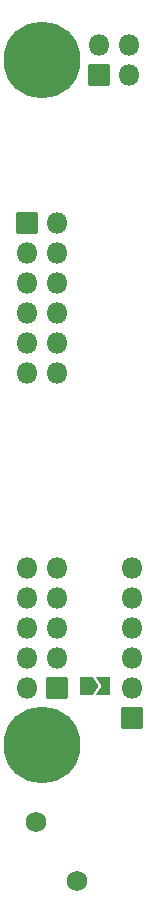
<source format=gbr>
%TF.GenerationSoftware,KiCad,Pcbnew,(6.0.5-0)*%
%TF.CreationDate,2022-06-29T01:01:46-07:00*%
%TF.ProjectId,jetson-nano-ppoe,6a657473-6f6e-42d6-9e61-6e6f2d70706f,rev?*%
%TF.SameCoordinates,PX8b3c880PY8583b00*%
%TF.FileFunction,Soldermask,Bot*%
%TF.FilePolarity,Negative*%
%FSLAX46Y46*%
G04 Gerber Fmt 4.6, Leading zero omitted, Abs format (unit mm)*
G04 Created by KiCad (PCBNEW (6.0.5-0)) date 2022-06-29 01:01:46*
%MOMM*%
%LPD*%
G01*
G04 APERTURE LIST*
G04 Aperture macros list*
%AMRoundRect*
0 Rectangle with rounded corners*
0 $1 Rounding radius*
0 $2 $3 $4 $5 $6 $7 $8 $9 X,Y pos of 4 corners*
0 Add a 4 corners polygon primitive as box body*
4,1,4,$2,$3,$4,$5,$6,$7,$8,$9,$2,$3,0*
0 Add four circle primitives for the rounded corners*
1,1,$1+$1,$2,$3*
1,1,$1+$1,$4,$5*
1,1,$1+$1,$6,$7*
1,1,$1+$1,$8,$9*
0 Add four rect primitives between the rounded corners*
20,1,$1+$1,$2,$3,$4,$5,0*
20,1,$1+$1,$4,$5,$6,$7,0*
20,1,$1+$1,$6,$7,$8,$9,0*
20,1,$1+$1,$8,$9,$2,$3,0*%
%AMFreePoly0*
4,1,16,0.535355,0.785355,0.541603,0.777735,1.041603,0.027735,1.049029,-0.009806,1.041603,-0.027735,0.541603,-0.777735,0.509806,-0.799029,0.500000,-0.800000,-0.500000,-0.800000,-0.535355,-0.785355,-0.550000,-0.750000,-0.550000,0.750000,-0.535355,0.785355,-0.500000,0.800000,0.500000,0.800000,0.535355,0.785355,0.535355,0.785355,$1*%
%AMFreePoly1*
4,1,16,0.535355,0.785355,0.550000,0.750000,0.550000,-0.750000,0.535355,-0.785355,0.500000,-0.800000,-0.650000,-0.800000,-0.685355,-0.785355,-0.700000,-0.750000,-0.691603,-0.722265,-0.210093,0.000000,-0.691603,0.722265,-0.699029,0.759806,-0.677735,0.791603,-0.650000,0.800000,0.500000,0.800000,0.535355,0.785355,0.535355,0.785355,$1*%
G04 Aperture macros list end*
%ADD10RoundRect,0.050000X0.850000X0.850000X-0.850000X0.850000X-0.850000X-0.850000X0.850000X-0.850000X0*%
%ADD11O,1.800000X1.800000*%
%ADD12C,1.750000*%
%ADD13C,0.900000*%
%ADD14C,6.500000*%
%ADD15RoundRect,0.050000X0.850000X-0.850000X0.850000X0.850000X-0.850000X0.850000X-0.850000X-0.850000X0*%
%ADD16RoundRect,0.050000X-0.850000X-0.850000X0.850000X-0.850000X0.850000X0.850000X-0.850000X0.850000X0*%
%ADD17FreePoly0,0.000000*%
%ADD18FreePoly1,0.000000*%
G04 APERTURE END LIST*
D10*
%TO.C,J2*%
X5270000Y21870000D03*
D11*
X2730000Y21870000D03*
X5270000Y24410000D03*
X2730000Y24410000D03*
X5270000Y26950000D03*
X2730000Y26950000D03*
X5270000Y29490000D03*
X2730000Y29490000D03*
X5270000Y32030000D03*
X2730000Y32030000D03*
%TD*%
D12*
%TO.C,J1*%
X7000000Y5500000D03*
X3500000Y10500000D03*
%TD*%
D13*
%TO.C,H2*%
X4000000Y77400000D03*
X6400000Y75000000D03*
X1600000Y75000000D03*
X2302944Y76697056D03*
X2302944Y73302944D03*
X5697056Y76697056D03*
D14*
X4000000Y75000000D03*
D13*
X5697056Y73302944D03*
X4000000Y72600000D03*
%TD*%
D15*
%TO.C,J3*%
X8870000Y73730000D03*
D11*
X8870000Y76270000D03*
X11410000Y73730000D03*
X11410000Y76270000D03*
%TD*%
D13*
%TO.C,H1*%
X4000000Y19400000D03*
X2302944Y15302944D03*
X6400000Y17000000D03*
X1600000Y17000000D03*
X5697056Y15302944D03*
X2302944Y18697056D03*
D14*
X4000000Y17000000D03*
D13*
X4000000Y14600000D03*
X5697056Y18697056D03*
%TD*%
D10*
%TO.C,J5*%
X11620000Y19330000D03*
D11*
X11620000Y21870000D03*
X11620000Y24410000D03*
X11620000Y26950000D03*
X11620000Y29490000D03*
X11620000Y32030000D03*
%TD*%
D16*
%TO.C,J4*%
X2730000Y61240000D03*
D11*
X5270000Y61240000D03*
X2730000Y58700000D03*
X5270000Y58700000D03*
X2730000Y56160000D03*
X5270000Y56160000D03*
X2730000Y53620000D03*
X5270000Y53620000D03*
X2730000Y51080000D03*
X5270000Y51080000D03*
X2730000Y48540000D03*
X5270000Y48540000D03*
%TD*%
D17*
%TO.C,JP1*%
X7775000Y22000000D03*
D18*
X9225000Y22000000D03*
%TD*%
M02*

</source>
